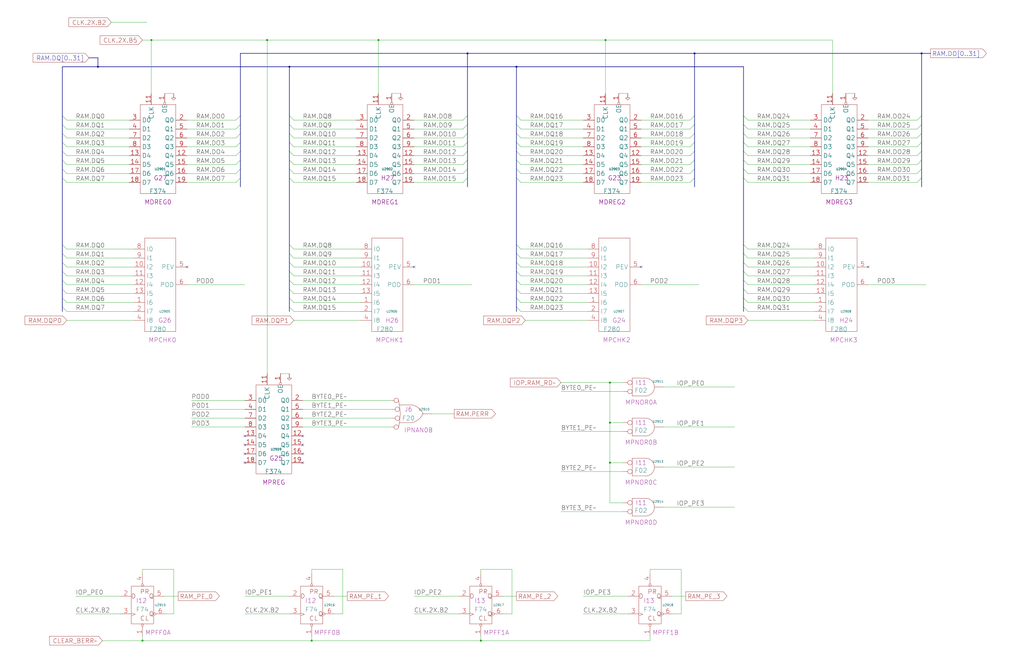
<source format=kicad_sch>
(kicad_sch (version 20250114) (generator "eeschema") (generator_version "9.0")
  (paper "User" 584.2 378.46)
  (title_block (title "MEMORY\\nPARITY CHECKING") (date "22-SEP-90") (rev "2.0") (comment 1 "IOC") (comment 2 "232-003061") (comment 3 "S400") (comment 4 "RELEASED"))
  (lib_symbols
    (symbol "r1000:F02" (pin_numbers (hide yes)) (pin_names (hide yes))
      (property "Reference" "U" (at 12.16 0.635 0))
      (property "Value" "F02" (at -1.27 -4.445 0))
      (property "Location" "___" (at 2.54 0 0))
      (property "Name" "______" (at 2.54 -12.7 0))
      (symbol "F02_0_1"
        (arc (start -3.81 2.54) (mid -2.9847 -2.54) (end -3.81 -7.62) (stroke (width 0.1524)))
        (polyline (pts (xy -5.08 0) (xy -3.175 0)) (stroke (width 0.1524)))
        (polyline (pts (xy -5.08 -5.08) (xy -3.175 -5.08)) (stroke (width 0.1524)))
        (polyline (pts (xy -3.81 2.54) (xy 2.54 2.54)) (stroke (width 0.1524)))
        (polyline (pts (xy -3.81 -7.62) (xy 2.54 -7.62)) (stroke (width 0.1524)))
        (arc (start 2.54 2.54) (mid 6.9477 0.8966) (end 10.16 -2.54) (stroke (width 0.1524)))
        (arc (start 10.16 -2.54) (mid 6.9515 -5.9823) (end 2.54 -7.62) (stroke (width 0.1524)))
        (circle (center 11.43 -2.54) (radius 1.27) (stroke (width 0.1524)))
        (polyline (pts (xy 13.97 -2.54) (xy 12.7 -2.54)) (stroke (width 0.1524)))
      )
      (symbol "F02_0_2"
        (circle (center -3.81 0) (radius 1.27) (stroke (width 0.1524)))
        (circle (center -3.81 -5.08) (radius 1.27) (stroke (width 0.1524)))
        (polyline (pts (xy -2.54 2.54) (xy -2.54 -7.62)) (stroke (width 0.1524)))
        (polyline (pts (xy -2.54 2.54) (xy 5.08 2.54)) (stroke (width 0.1524)))
        (polyline (pts (xy -2.54 -7.62) (xy 5.08 -7.62)) (stroke (width 0.1524)))
        (arc (start 5.08 2.54) (mid 10.1281 -2.54) (end 5.08 -7.62) (stroke (width 0.1524)))
        (polyline (pts (xy 11.43 -2.54) (xy 10.16 -2.54)) (stroke (width 0.1524)))
        (polyline (pts (xy 11.43 -2.54) (xy 12.7 -2.54)) (stroke (width 0.1524)))
      )
      (symbol "F02_1_1"
        (pin input line (at -7.62 0 0) (length 2.54) (name "D0") (number "1"))
        (pin input line (at -7.62 -5.08 0) (length 2.54) (name "D1") (number "2"))
        (pin output line (at 15.24 -2.54 180) (length 1.27) (name "Q") (number "3"))
      )
      (symbol "F02_1_2"
        (pin input line (at -7.62 0 0) (length 2.54) (name "D0") (number "1"))
        (pin input line (at -7.62 -5.08 0) (length 2.54) (name "D1") (number "2"))
        (pin output line (at 15.24 -2.54 180) (length 2.54) (name "Q") (number "3"))
      )
    )
    (symbol "r1000:F20" (pin_numbers (hide yes)) (pin_names (hide yes))
      (property "Reference" "U" (at 8.255 2.54 0))
      (property "Value" "F20" (at -0.635 -2.54 0))
      (property "Location" "___" (at -0.635 2.54 0))
      (property "Name" "______" (at 5.08 -10.795 0))
      (symbol "F20_0_1"
        (polyline (pts (xy -5.08 7.62) (xy -5.08 5.08)) (stroke (width 0.1524)))
        (polyline (pts (xy -5.08 5.08) (xy -5.08 -5.08)) (stroke (width 0.1524)))
        (polyline (pts (xy -5.08 -5.08) (xy -5.08 -7.62)) (stroke (width 0.1524)))
        (arc (start 2.54 5.08) (mid 7.5882 0) (end 2.54 -5.08) (stroke (width 0.1524)))
        (polyline (pts (xy 2.54 5.08) (xy -5.08 5.08)) (stroke (width 0.1524)))
        (polyline (pts (xy 2.54 -5.08) (xy -5.08 -5.08)) (stroke (width 0.1524)))
        (circle (center 8.89 0) (radius 1.27) (stroke (width 0.1524)))
      )
      (symbol "F20_0_2"
        (arc (start -6.35 7.62) (mid -5.3975 0) (end -6.35 -7.62) (stroke (width 0.1524)))
        (circle (center -7.62 7.62) (radius 1.27) (stroke (width 0.1524)))
        (circle (center -7.62 -7.62) (radius 1.27) (stroke (width 0.1524)))
        (circle (center -6.985 2.54) (radius 1.27) (stroke (width 0.1524)))
        (circle (center -6.985 -2.54) (radius 1.27) (stroke (width 0.1524)))
        (polyline (pts (xy -5.715 5.08) (xy 1.27 5.08)) (stroke (width 0.1524)))
        (polyline (pts (xy -5.715 -5.08) (xy 1.27 -5.08)) (stroke (width 0.1524)))
        (arc (start 7.62 0) (mid 5.0518 -3.2985) (end 1.27 -5.08) (stroke (width 0.1524)))
        (arc (start 1.27 5.08) (mid 5.0518 3.2985) (end 7.62 0) (stroke (width 0.1524)))
      )
      (symbol "F20_1_1"
        (pin input line (at -10.16 7.62 0) (length 5.08) (name "D0") (number "1"))
        (pin input line (at -10.16 2.54 0) (length 5.08) (name "D1") (number "2"))
        (pin input line (at -10.16 -2.54 0) (length 5.08) (name "D2") (number "4"))
        (pin input line (at -10.16 -7.62 0) (length 5.08) (name "D3") (number "5"))
        (pin output line (at 12.7 0 180) (length 2.54) (name "Q") (number "6"))
      )
      (symbol "F20_1_2"
        (pin input line (at -10.16 7.62 0) (length 1.27) (name "D0") (number "1"))
        (pin input line (at -10.16 2.54 0) (length 1.905) (name "D1") (number "2"))
        (pin input line (at -10.16 -2.54 0) (length 1.905) (name "D2") (number "4"))
        (pin input line (at -10.16 -7.62 0) (length 1.27) (name "D3") (number "5"))
        (pin output line (at 12.7 0 180) (length 5.08) (name "Q") (number "6"))
      )
    )
    (symbol "r1000:F280" (pin_names (offset 1.016))
      (property "Reference" "U" (at 2.54 5.08 0))
      (property "Value" "F280" (at -6.35 -5.08 0))
      (property "Location" "___" (at -1.27 0 0))
      (property "Name" "______" (at 1.27 -12.7 0))
      (symbol "F280_1_1"
        (rectangle (start -8.89 46.99) (end 8.89 -6.35))
        (pin input line (at -15.24 40.64 0) (length 6.35) (name "I0") (number "8"))
        (pin input line (at -15.24 35.56 0) (length 6.35) (name "I1") (number "9"))
        (pin input line (at -15.24 30.48 0) (length 6.35) (name "I2") (number "10"))
        (pin input line (at -15.24 25.4 0) (length 6.35) (name "I3") (number "11"))
        (pin input line (at -15.24 20.32 0) (length 6.35) (name "I4") (number "12"))
        (pin input line (at -15.24 15.24 0) (length 6.35) (name "I5") (number "13"))
        (pin input line (at -15.24 10.16 0) (length 6.35) (name "I6") (number "1"))
        (pin input line (at -15.24 5.08 0) (length 6.35) (name "I7") (number "2"))
        (pin input line (at -15.24 0 0) (length 6.35) (name "I8") (number "4"))
        (pin output line (at 15.24 30.48 180) (length 6.35) (name "PEV") (number "5"))
        (pin output line (at 15.24 20.32 180) (length 6.35) (name "POD") (number "6"))
      )
    )
    (symbol "r1000:F374" (pin_names (offset 1.016))
      (property "Reference" "U" (at 2.54 5.08 0))
      (property "Value" "F374" (at -3.81 -7.62 0))
      (property "Location" "___" (at -1.27 0 0))
      (property "Name" "______" (at 1.27 -15.24 0))
      (symbol "F374_1_1"
        (rectangle (start -8.89 41.91) (end 11.43 -8.89))
        (circle (center 5.08 42.545) (radius 0.635))
        (pin input line (at -15.24 33.02 0) (length 6.35) (name "D0") (number "3"))
        (pin input line (at -15.24 27.94 0) (length 6.35) (name "D1") (number "4"))
        (pin input line (at -15.24 22.86 0) (length 6.35) (name "D2") (number "7"))
        (pin input line (at -15.24 17.78 0) (length 6.35) (name "D3") (number "8"))
        (pin input line (at -15.24 12.7 0) (length 6.35) (name "D4") (number "13"))
        (pin input line (at -15.24 7.62 0) (length 6.35) (name "D5") (number "14"))
        (pin input line (at -15.24 2.54 0) (length 6.35) (name "D6") (number "17"))
        (pin input line (at -15.24 -2.54 0) (length 6.35) (name "D7") (number "18"))
        (pin input line (at -2.54 48.26 270) (length 6.35) (name "CLK") (number "11"))
        (pin input line (at 5.08 48.26 270) (length 5.08) (name "OE") (number "1"))
        (pin tri_state line (at 17.78 33.02 180) (length 6.35) (name "Q0") (number "2"))
        (pin tri_state line (at 17.78 27.94 180) (length 6.35) (name "Q1") (number "5"))
        (pin tri_state line (at 17.78 22.86 180) (length 6.35) (name "Q2") (number "6"))
        (pin tri_state line (at 17.78 17.78 180) (length 6.35) (name "Q3") (number "9"))
        (pin tri_state line (at 17.78 12.7 180) (length 6.35) (name "Q4") (number "12"))
        (pin tri_state line (at 17.78 7.62 180) (length 6.35) (name "Q5") (number "15"))
        (pin tri_state line (at 17.78 2.54 180) (length 6.35) (name "Q6") (number "16"))
        (pin tri_state line (at 17.78 -2.54 180) (length 6.35) (name "Q7") (number "19"))
      )
    )
    (symbol "r1000:F74" (pin_names (offset 1.016) (hide yes))
      (property "Reference" "U" (at 12.7 -2.54 0))
      (property "Value" "F74" (at -1.27 -5.08 0))
      (property "Location" "___" (at -1.27 0 0))
      (property "Name" "______" (at 11.43 -19.685 0))
      (symbol "F74_0_1"
        (rectangle (start -3.81 8.255) (end 8.89 -13.335) (stroke (width 0.1524)))
        (polyline (pts (xy 2.54 10.16) (xy 2.54 9.525)) (stroke (width 0.1524)))
        (polyline (pts (xy 2.54 -15.24) (xy 2.54 -14.605)) (stroke (width 0.1524)))
      )
      (symbol "F74_1_1"
        (circle (center 2.54 8.89) (radius 0.635))
        (circle (center 2.54 -13.97) (radius 0.635))
        (circle (center 9.525 -7.62) (radius 0.635))
        (text "D" (at -2.54 2.54 0) (effects (font (size 2.54 2.54))))
        (text ">" (at -2.54 -7.62 0) (effects (font (size 2.54 2.54))))
        (text "P" (at 2.54 5.08 0) (effects (font (size 2.54 2.54))))
        (text "C" (at 2.54 -10.16 0) (effects (font (size 2.54 2.54))))
        (text "R" (at 5.08 5.08 0) (effects (font (size 2.54 2.54))))
        (text "L" (at 5.08 -10.16 0) (effects (font (size 2.54 2.54))))
        (text "Q" (at 7.62 2.54 0) (effects (font (size 2.54 2.54))))
        (text "Q" (at 7.62 -7.62 0) (effects (font (size 2.54 2.54))))
        (pin input line (at -10.16 2.54 0) (length 6.35) (name "D") (number "2"))
        (pin input line (at -10.16 -7.62 0) (length 6.35) (name "CLK") (number "3"))
        (pin input line (at 2.54 15.24 270) (length 5.08) (name "PR_") (number "4"))
        (pin input line (at 2.54 -20.32 90) (length 5.08) (name "CL_") (number "1"))
        (pin output line (at 15.24 2.54 180) (length 6.35) (name "Q") (number "5"))
        (pin output line (at 15.24 -7.62 180) (length 5.08) (name "Q_") (number "6"))
      )
    )
    (symbol "r1000:PD" (power) (pin_numbers (hide yes)) (pin_names (hide yes)) (in_bom no)
      (symbol "PD_0_1"
        (polyline (pts (xy 0 -2.54) (xy 1.27 -2.54) (xy 0 -3.81) (xy -1.27 -2.54) (xy 0 -2.54)) (stroke (width 0.1524)))
      )
      (symbol "PD_1_1"
        (pin power_in line (at 0 0 270) (length 2.54) (name "PD") (number "1"))
      )
    )
  )
  (junction (at 215.9 22.86))
  (junction (at 347.98 218.44))
  (junction (at 345.44 22.86))
  (junction (at 81.28 365.76))
  (junction (at 177.8 365.76))
  (junction (at 152.4 22.86))
  (junction (at 165.1 38.1))
  (junction (at 86.36 22.86))
  (junction (at 347.98 241.3))
  (junction (at 55.88 38.1))
  (junction (at 266.7 30.48))
  (junction (at 347.98 264.16))
  (junction (at 294.64 38.1))
  (junction (at 525.78 30.48))
  (junction (at 274.32 365.76))
  (junction (at 396.24 30.48))
  (no_connect (at 172.72 254))
  (no_connect (at 139.7 254))
  (no_connect (at 365.76 152.4))
  (no_connect (at 172.72 248.92))
  (no_connect (at 139.7 259.08))
  (no_connect (at 139.7 264.16))
  (no_connect (at 236.22 152.4))
  (no_connect (at 172.72 259.08))
  (no_connect (at 172.72 264.16))
  (no_connect (at 139.7 248.92))
  (no_connect (at 106.68 152.4))
  (no_connect (at 495.3 152.4))
  (bus_entry (at 294.64 81.28) (size 2.54 2.54))
  (bus_entry (at 137.16 101.6) (size -2.54 2.54))
  (bus_entry (at 137.16 91.44) (size -2.54 2.54))
  (bus_entry (at 294.64 154.94) (size 2.54 2.54))
  (bus_entry (at 266.7 76.2) (size -2.54 2.54))
  (bus_entry (at 35.56 139.7) (size 2.54 2.54))
  (bus_entry (at 294.64 144.78) (size 2.54 2.54))
  (bus_entry (at 424.18 149.86) (size 2.54 2.54))
  (bus_entry (at 35.56 160.02) (size 2.54 2.54))
  (bus_entry (at 396.24 101.6) (size -2.54 2.54))
  (bus_entry (at 35.56 86.36) (size 2.54 2.54))
  (bus_entry (at 294.64 71.12) (size 2.54 2.54))
  (bus_entry (at 294.64 91.44) (size 2.54 2.54))
  (bus_entry (at 424.18 101.6) (size 2.54 2.54))
  (bus_entry (at 396.24 86.36) (size -2.54 2.54))
  (bus_entry (at 396.24 91.44) (size -2.54 2.54))
  (bus_entry (at 424.18 91.44) (size 2.54 2.54))
  (bus_entry (at 165.1 149.86) (size 2.54 2.54))
  (bus_entry (at 137.16 81.28) (size -2.54 2.54))
  (bus_entry (at 35.56 149.86) (size 2.54 2.54))
  (bus_entry (at 294.64 76.2) (size 2.54 2.54))
  (bus_entry (at 35.56 91.44) (size 2.54 2.54))
  (bus_entry (at 525.78 86.36) (size -2.54 2.54))
  (bus_entry (at 266.7 101.6) (size -2.54 2.54))
  (bus_entry (at 165.1 144.78) (size 2.54 2.54))
  (bus_entry (at 424.18 144.78) (size 2.54 2.54))
  (bus_entry (at 424.18 96.52) (size 2.54 2.54))
  (bus_entry (at 165.1 91.44) (size 2.54 2.54))
  (bus_entry (at 396.24 76.2) (size -2.54 2.54))
  (bus_entry (at 525.78 96.52) (size -2.54 2.54))
  (bus_entry (at 424.18 71.12) (size 2.54 2.54))
  (bus_entry (at 525.78 76.2) (size -2.54 2.54))
  (bus_entry (at 294.64 101.6) (size 2.54 2.54))
  (bus_entry (at 266.7 91.44) (size -2.54 2.54))
  (bus_entry (at 35.56 165.1) (size 2.54 2.54))
  (bus_entry (at 137.16 71.12) (size -2.54 2.54))
  (bus_entry (at 424.18 165.1) (size 2.54 2.54))
  (bus_entry (at 165.1 154.94) (size 2.54 2.54))
  (bus_entry (at 294.64 160.02) (size 2.54 2.54))
  (bus_entry (at 165.1 96.52) (size 2.54 2.54))
  (bus_entry (at 165.1 165.1) (size 2.54 2.54))
  (bus_entry (at 137.16 76.2) (size -2.54 2.54))
  (bus_entry (at 396.24 96.52) (size -2.54 2.54))
  (bus_entry (at 165.1 139.7) (size 2.54 2.54))
  (bus_entry (at 294.64 66.04) (size 2.54 2.54))
  (bus_entry (at 294.64 86.36) (size 2.54 2.54))
  (bus_entry (at 35.56 81.28) (size 2.54 2.54))
  (bus_entry (at 165.1 76.2) (size 2.54 2.54))
  (bus_entry (at 294.64 170.18) (size 2.54 2.54))
  (bus_entry (at 165.1 175.26) (size 2.54 2.54))
  (bus_entry (at 165.1 71.12) (size 2.54 2.54))
  (bus_entry (at 424.18 154.94) (size 2.54 2.54))
  (bus_entry (at 165.1 81.28) (size 2.54 2.54))
  (bus_entry (at 294.64 165.1) (size 2.54 2.54))
  (bus_entry (at 35.56 66.04) (size 2.54 2.54))
  (bus_entry (at 165.1 101.6) (size 2.54 2.54))
  (bus_entry (at 35.56 154.94) (size 2.54 2.54))
  (bus_entry (at 396.24 66.04) (size -2.54 2.54))
  (bus_entry (at 165.1 66.04) (size 2.54 2.54))
  (bus_entry (at 165.1 160.02) (size 2.54 2.54))
  (bus_entry (at 396.24 81.28) (size -2.54 2.54))
  (bus_entry (at 424.18 139.7) (size 2.54 2.54))
  (bus_entry (at 266.7 86.36) (size -2.54 2.54))
  (bus_entry (at 294.64 139.7) (size 2.54 2.54))
  (bus_entry (at 294.64 96.52) (size 2.54 2.54))
  (bus_entry (at 294.64 149.86) (size 2.54 2.54))
  (bus_entry (at 137.16 96.52) (size -2.54 2.54))
  (bus_entry (at 35.56 101.6) (size 2.54 2.54))
  (bus_entry (at 266.7 96.52) (size -2.54 2.54))
  (bus_entry (at 424.18 81.28) (size 2.54 2.54))
  (bus_entry (at 35.56 71.12) (size 2.54 2.54))
  (bus_entry (at 35.56 76.2) (size 2.54 2.54))
  (bus_entry (at 424.18 86.36) (size 2.54 2.54))
  (bus_entry (at 137.16 66.04) (size -2.54 2.54))
  (bus_entry (at 424.18 160.02) (size 2.54 2.54))
  (bus_entry (at 424.18 170.18) (size 2.54 2.54))
  (bus_entry (at 266.7 81.28) (size -2.54 2.54))
  (bus_entry (at 266.7 66.04) (size -2.54 2.54))
  (bus_entry (at 525.78 71.12) (size -2.54 2.54))
  (bus_entry (at 525.78 101.6) (size -2.54 2.54))
  (bus_entry (at 165.1 86.36) (size 2.54 2.54))
  (bus_entry (at 165.1 170.18) (size 2.54 2.54))
  (bus_entry (at 424.18 175.26) (size 2.54 2.54))
  (bus_entry (at 266.7 71.12) (size -2.54 2.54))
  (bus_entry (at 424.18 66.04) (size 2.54 2.54))
  (bus_entry (at 294.64 175.26) (size 2.54 2.54))
  (bus_entry (at 35.56 96.52) (size 2.54 2.54))
  (bus_entry (at 424.18 76.2) (size 2.54 2.54))
  (bus_entry (at 525.78 81.28) (size -2.54 2.54))
  (bus_entry (at 396.24 71.12) (size -2.54 2.54))
  (bus_entry (at 525.78 66.04) (size -2.54 2.54))
  (bus_entry (at 35.56 170.18) (size 2.54 2.54))
  (bus_entry (at 525.78 91.44) (size -2.54 2.54))
  (bus_entry (at 35.56 144.78) (size 2.54 2.54))
  (bus_entry (at 137.16 86.36) (size -2.54 2.54))
  (bus_entry (at 35.56 175.26) (size 2.54 2.54))
  (wire (pts (xy 38.1 99.06) (xy 73.66 99.06)))
  (wire (pts (xy 86.36 22.86) (xy 86.36 53.34)))
  (bus (pts (xy 294.64 170.18) (xy 294.64 175.26)))
  (wire (pts (xy 365.76 88.9) (xy 393.7 88.9)))
  (wire (pts (xy 426.72 152.4) (xy 464.82 152.4)))
  (wire (pts (xy 365.76 68.58) (xy 393.7 68.58)))
  (wire (pts (xy 365.76 83.82) (xy 393.7 83.82)))
  (bus (pts (xy 165.1 160.02) (xy 165.1 165.1)))
  (wire (pts (xy 86.36 22.86) (xy 152.4 22.86)))
  (bus (pts (xy 165.1 76.2) (xy 165.1 81.28)))
  (wire (pts (xy 63.5 12.7) (xy 83.82 12.7)))
  (bus (pts (xy 424.18 66.04) (xy 424.18 71.12)))
  (wire (pts (xy 38.1 182.88) (xy 76.2 182.88)))
  (wire (pts (xy 236.22 73.66) (xy 264.16 73.66)))
  (wire (pts (xy 378.46 266.7) (xy 419.1 266.7)))
  (bus (pts (xy 294.64 175.26) (xy 294.64 177.8)))
  (wire (pts (xy 38.1 142.24) (xy 76.2 142.24)))
  (bus (pts (xy 294.64 154.94) (xy 294.64 160.02)))
  (wire (pts (xy 426.72 182.88) (xy 464.82 182.88)))
  (wire (pts (xy 109.22 243.84) (xy 139.7 243.84)))
  (bus (pts (xy 266.7 76.2) (xy 266.7 81.28)))
  (bus (pts (xy 35.56 139.7) (xy 35.56 144.78)))
  (wire (pts (xy 426.72 99.06) (xy 462.28 99.06)))
  (wire (pts (xy 139.7 350.52) (xy 165.1 350.52)))
  (wire (pts (xy 383.54 340.36) (xy 391.16 340.36)))
  (bus (pts (xy 165.1 81.28) (xy 165.1 86.36)))
  (bus (pts (xy 424.18 76.2) (xy 424.18 81.28)))
  (wire (pts (xy 236.22 350.52) (xy 261.62 350.52)))
  (wire (pts (xy 378.46 289.56) (xy 419.1 289.56)))
  (bus (pts (xy 50.8 33.02) (xy 55.88 33.02)))
  (wire (pts (xy 38.1 162.56) (xy 76.2 162.56)))
  (bus (pts (xy 424.18 38.1) (xy 294.64 38.1)))
  (bus (pts (xy 137.16 86.36) (xy 137.16 91.44)))
  (wire (pts (xy 38.1 147.32) (xy 76.2 147.32)))
  (wire (pts (xy 474.98 22.86) (xy 474.98 53.34)))
  (wire (pts (xy 167.64 177.8) (xy 205.74 177.8)))
  (bus (pts (xy 266.7 71.12) (xy 266.7 76.2)))
  (bus (pts (xy 424.18 96.52) (xy 424.18 101.6)))
  (wire (pts (xy 297.18 157.48) (xy 335.28 157.48)))
  (wire (pts (xy 347.98 264.16) (xy 355.6 264.16)))
  (wire (pts (xy 236.22 99.06) (xy 264.16 99.06)))
  (wire (pts (xy 297.18 172.72) (xy 335.28 172.72)))
  (bus (pts (xy 424.18 101.6) (xy 424.18 139.7)))
  (bus (pts (xy 396.24 76.2) (xy 396.24 81.28)))
  (bus (pts (xy 424.18 170.18) (xy 424.18 175.26)))
  (wire (pts (xy 495.3 88.9) (xy 523.24 88.9)))
  (bus (pts (xy 294.64 71.12) (xy 294.64 76.2)))
  (wire (pts (xy 495.3 83.82) (xy 523.24 83.82)))
  (wire (pts (xy 320.04 292.1) (xy 355.6 292.1)))
  (bus (pts (xy 35.56 76.2) (xy 35.56 81.28)))
  (bus (pts (xy 165.1 149.86) (xy 165.1 154.94)))
  (wire (pts (xy 347.98 218.44) (xy 347.98 241.3)))
  (wire (pts (xy 195.58 350.52) (xy 195.58 325.12)))
  (wire (pts (xy 99.06 350.52) (xy 99.06 325.12)))
  (wire (pts (xy 106.68 162.56) (xy 139.7 162.56)))
  (wire (pts (xy 106.68 99.06) (xy 134.62 99.06)))
  (bus (pts (xy 396.24 86.36) (xy 396.24 91.44)))
  (bus (pts (xy 137.16 66.04) (xy 137.16 71.12)))
  (wire (pts (xy 426.72 142.24) (xy 464.82 142.24)))
  (wire (pts (xy 320.04 246.38) (xy 355.6 246.38)))
  (bus (pts (xy 424.18 165.1) (xy 424.18 170.18)))
  (wire (pts (xy 495.3 78.74) (xy 523.24 78.74)))
  (wire (pts (xy 365.76 162.56) (xy 398.78 162.56)))
  (wire (pts (xy 426.72 172.72) (xy 464.82 172.72)))
  (wire (pts (xy 109.22 233.68) (xy 139.7 233.68)))
  (wire (pts (xy 167.64 88.9) (xy 203.2 88.9)))
  (bus (pts (xy 424.18 86.36) (xy 424.18 91.44)))
  (bus (pts (xy 165.1 71.12) (xy 165.1 76.2)))
  (bus (pts (xy 396.24 101.6) (xy 396.24 106.68)))
  (bus (pts (xy 424.18 154.94) (xy 424.18 160.02)))
  (wire (pts (xy 43.18 340.36) (xy 68.58 340.36)))
  (bus (pts (xy 294.64 76.2) (xy 294.64 81.28)))
  (wire (pts (xy 355.6 287.02) (xy 347.98 287.02)))
  (wire (pts (xy 274.32 365.76) (xy 370.84 365.76)))
  (wire (pts (xy 38.1 78.74) (xy 73.66 78.74)))
  (wire (pts (xy 426.72 147.32) (xy 464.82 147.32)))
  (bus (pts (xy 266.7 101.6) (xy 266.7 106.68)))
  (wire (pts (xy 426.72 104.14) (xy 462.28 104.14)))
  (bus (pts (xy 424.18 139.7) (xy 424.18 144.78)))
  (wire (pts (xy 495.3 104.14) (xy 523.24 104.14)))
  (wire (pts (xy 81.28 363.22) (xy 81.28 365.76)))
  (wire (pts (xy 167.64 157.48) (xy 205.74 157.48)))
  (bus (pts (xy 424.18 81.28) (xy 424.18 86.36)))
  (wire (pts (xy 152.4 22.86) (xy 215.9 22.86)))
  (wire (pts (xy 246.38 236.22) (xy 259.08 236.22)))
  (bus (pts (xy 294.64 81.28) (xy 294.64 86.36)))
  (bus (pts (xy 165.1 86.36) (xy 165.1 91.44)))
  (wire (pts (xy 167.64 162.56) (xy 205.74 162.56)))
  (bus (pts (xy 35.56 160.02) (xy 35.56 165.1)))
  (wire (pts (xy 190.5 350.52) (xy 195.58 350.52)))
  (wire (pts (xy 106.68 78.74) (xy 134.62 78.74)))
  (wire (pts (xy 167.64 182.88) (xy 205.74 182.88)))
  (bus (pts (xy 266.7 86.36) (xy 266.7 91.44)))
  (bus (pts (xy 35.56 81.28) (xy 35.56 86.36)))
  (bus (pts (xy 137.16 30.48) (xy 266.7 30.48)))
  (wire (pts (xy 223.52 53.34) (xy 228.6 53.34)))
  (wire (pts (xy 106.68 68.58) (xy 134.62 68.58)))
  (bus (pts (xy 35.56 149.86) (xy 35.56 154.94)))
  (wire (pts (xy 160.02 213.36) (xy 165.1 213.36)))
  (bus (pts (xy 165.1 38.1) (xy 55.88 38.1)))
  (bus (pts (xy 525.78 30.48) (xy 525.78 66.04)))
  (bus (pts (xy 165.1 91.44) (xy 165.1 96.52)))
  (wire (pts (xy 106.68 104.14) (xy 134.62 104.14)))
  (bus (pts (xy 35.56 175.26) (xy 35.56 177.8)))
  (wire (pts (xy 167.64 104.14) (xy 203.2 104.14)))
  (wire (pts (xy 195.58 325.12) (xy 177.8 325.12)))
  (wire (pts (xy 38.1 172.72) (xy 76.2 172.72)))
  (bus (pts (xy 266.7 91.44) (xy 266.7 96.52)))
  (bus (pts (xy 396.24 30.48) (xy 396.24 66.04)))
  (wire (pts (xy 495.3 162.56) (xy 528.32 162.56)))
  (wire (pts (xy 388.62 350.52) (xy 388.62 325.12)))
  (wire (pts (xy 299.72 182.88) (xy 335.28 182.88)))
  (bus (pts (xy 525.78 86.36) (xy 525.78 91.44)))
  (wire (pts (xy 365.76 99.06) (xy 393.7 99.06)))
  (bus (pts (xy 396.24 91.44) (xy 396.24 96.52)))
  (bus (pts (xy 294.64 38.1) (xy 294.64 66.04)))
  (wire (pts (xy 297.18 78.74) (xy 332.74 78.74)))
  (wire (pts (xy 378.46 243.84) (xy 419.1 243.84)))
  (wire (pts (xy 426.72 73.66) (xy 462.28 73.66)))
  (wire (pts (xy 236.22 88.9) (xy 264.16 88.9)))
  (wire (pts (xy 370.84 363.22) (xy 370.84 365.76)))
  (wire (pts (xy 236.22 68.58) (xy 264.16 68.58)))
  (bus (pts (xy 424.18 175.26) (xy 424.18 177.8)))
  (wire (pts (xy 167.64 147.32) (xy 205.74 147.32)))
  (wire (pts (xy 297.18 83.82) (xy 332.74 83.82)))
  (bus (pts (xy 137.16 81.28) (xy 137.16 86.36)))
  (bus (pts (xy 525.78 101.6) (xy 525.78 106.68)))
  (bus (pts (xy 165.1 175.26) (xy 165.1 177.8)))
  (bus (pts (xy 294.64 160.02) (xy 294.64 165.1)))
  (bus (pts (xy 424.18 160.02) (xy 424.18 165.1)))
  (wire (pts (xy 38.1 68.58) (xy 73.66 68.58)))
  (bus (pts (xy 525.78 71.12) (xy 525.78 76.2)))
  (wire (pts (xy 297.18 177.8) (xy 335.28 177.8)))
  (wire (pts (xy 274.32 325.12) (xy 274.32 327.66)))
  (wire (pts (xy 38.1 93.98) (xy 73.66 93.98)))
  (wire (pts (xy 426.72 83.82) (xy 462.28 83.82)))
  (wire (pts (xy 58.42 365.76) (xy 81.28 365.76)))
  (wire (pts (xy 370.84 325.12) (xy 370.84 327.66)))
  (bus (pts (xy 137.16 96.52) (xy 137.16 101.6)))
  (wire (pts (xy 38.1 104.14) (xy 73.66 104.14)))
  (wire (pts (xy 167.64 152.4) (xy 205.74 152.4)))
  (wire (pts (xy 38.1 167.64) (xy 76.2 167.64)))
  (wire (pts (xy 353.06 53.34) (xy 358.14 53.34)))
  (wire (pts (xy 236.22 340.36) (xy 261.62 340.36)))
  (wire (pts (xy 388.62 325.12) (xy 370.84 325.12)))
  (bus (pts (xy 137.16 76.2) (xy 137.16 81.28)))
  (wire (pts (xy 93.98 350.52) (xy 99.06 350.52)))
  (wire (pts (xy 287.02 350.52) (xy 292.1 350.52)))
  (wire (pts (xy 152.4 22.86) (xy 152.4 213.36)))
  (wire (pts (xy 287.02 340.36) (xy 294.64 340.36)))
  (bus (pts (xy 165.1 96.52) (xy 165.1 101.6)))
  (wire (pts (xy 81.28 22.86) (xy 86.36 22.86)))
  (wire (pts (xy 378.46 220.98) (xy 419.1 220.98)))
  (wire (pts (xy 383.54 350.52) (xy 388.62 350.52)))
  (wire (pts (xy 426.72 162.56) (xy 464.82 162.56)))
  (wire (pts (xy 167.64 167.64) (xy 205.74 167.64)))
  (bus (pts (xy 396.24 71.12) (xy 396.24 76.2)))
  (wire (pts (xy 106.68 73.66) (xy 134.62 73.66)))
  (bus (pts (xy 165.1 144.78) (xy 165.1 149.86)))
  (wire (pts (xy 167.64 73.66) (xy 203.2 73.66)))
  (bus (pts (xy 35.56 154.94) (xy 35.56 160.02)))
  (wire (pts (xy 426.72 167.64) (xy 464.82 167.64)))
  (wire (pts (xy 167.64 78.74) (xy 203.2 78.74)))
  (wire (pts (xy 347.98 264.16) (xy 347.98 287.02)))
  (bus (pts (xy 165.1 38.1) (xy 165.1 66.04)))
  (bus (pts (xy 294.64 144.78) (xy 294.64 149.86)))
  (bus (pts (xy 35.56 71.12) (xy 35.56 76.2)))
  (bus (pts (xy 35.56 91.44) (xy 35.56 96.52)))
  (wire (pts (xy 109.22 238.76) (xy 139.7 238.76)))
  (wire (pts (xy 332.74 340.36) (xy 358.14 340.36)))
  (wire (pts (xy 99.06 325.12) (xy 81.28 325.12)))
  (wire (pts (xy 347.98 218.44) (xy 355.6 218.44)))
  (bus (pts (xy 266.7 96.52) (xy 266.7 101.6)))
  (wire (pts (xy 345.44 22.86) (xy 474.98 22.86)))
  (wire (pts (xy 236.22 83.82) (xy 264.16 83.82)))
  (wire (pts (xy 93.98 340.36) (xy 101.6 340.36)))
  (wire (pts (xy 297.18 104.14) (xy 332.74 104.14)))
  (wire (pts (xy 177.8 325.12) (xy 177.8 327.66)))
  (wire (pts (xy 292.1 350.52) (xy 292.1 325.12)))
  (bus (pts (xy 35.56 96.52) (xy 35.56 101.6)))
  (bus (pts (xy 35.56 101.6) (xy 35.56 139.7)))
  (bus (pts (xy 165.1 38.1) (xy 294.64 38.1)))
  (wire (pts (xy 297.18 73.66) (xy 332.74 73.66)))
  (wire (pts (xy 297.18 147.32) (xy 335.28 147.32)))
  (bus (pts (xy 55.88 33.02) (xy 55.88 38.1)))
  (wire (pts (xy 347.98 241.3) (xy 347.98 264.16)))
  (wire (pts (xy 365.76 104.14) (xy 393.7 104.14)))
  (bus (pts (xy 525.78 66.04) (xy 525.78 71.12)))
  (wire (pts (xy 297.18 68.58) (xy 332.74 68.58)))
  (wire (pts (xy 297.18 162.56) (xy 335.28 162.56)))
  (bus (pts (xy 424.18 149.86) (xy 424.18 154.94)))
  (wire (pts (xy 297.18 93.98) (xy 332.74 93.98)))
  (wire (pts (xy 172.72 238.76) (xy 223.52 238.76)))
  (bus (pts (xy 165.1 170.18) (xy 165.1 175.26)))
  (bus (pts (xy 35.56 165.1) (xy 35.56 170.18)))
  (bus (pts (xy 424.18 38.1) (xy 424.18 66.04)))
  (wire (pts (xy 426.72 88.9) (xy 462.28 88.9)))
  (bus (pts (xy 165.1 165.1) (xy 165.1 170.18)))
  (bus (pts (xy 424.18 144.78) (xy 424.18 149.86)))
  (wire (pts (xy 172.72 228.6) (xy 223.52 228.6)))
  (bus (pts (xy 137.16 71.12) (xy 137.16 76.2)))
  (wire (pts (xy 81.28 325.12) (xy 81.28 327.66)))
  (bus (pts (xy 137.16 91.44) (xy 137.16 96.52)))
  (wire (pts (xy 106.68 83.82) (xy 134.62 83.82)))
  (bus (pts (xy 55.88 38.1) (xy 35.56 38.1)))
  (wire (pts (xy 38.1 83.82) (xy 73.66 83.82)))
  (bus (pts (xy 137.16 101.6) (xy 137.16 106.68)))
  (wire (pts (xy 167.64 99.06) (xy 203.2 99.06)))
  (bus (pts (xy 294.64 66.04) (xy 294.64 71.12)))
  (wire (pts (xy 167.64 93.98) (xy 203.2 93.98)))
  (bus (pts (xy 525.78 91.44) (xy 525.78 96.52)))
  (bus (pts (xy 266.7 81.28) (xy 266.7 86.36)))
  (wire (pts (xy 297.18 142.24) (xy 335.28 142.24)))
  (bus (pts (xy 35.56 86.36) (xy 35.56 91.44)))
  (bus (pts (xy 294.64 86.36) (xy 294.64 91.44)))
  (bus (pts (xy 424.18 71.12) (xy 424.18 76.2)))
  (wire (pts (xy 345.44 22.86) (xy 345.44 53.34)))
  (wire (pts (xy 320.04 223.52) (xy 355.6 223.52)))
  (wire (pts (xy 167.64 68.58) (xy 203.2 68.58)))
  (wire (pts (xy 292.1 325.12) (xy 274.32 325.12)))
  (wire (pts (xy 38.1 88.9) (xy 73.66 88.9)))
  (wire (pts (xy 426.72 157.48) (xy 464.82 157.48)))
  (wire (pts (xy 426.72 177.8) (xy 464.82 177.8)))
  (bus (pts (xy 294.64 91.44) (xy 294.64 96.52)))
  (wire (pts (xy 495.3 93.98) (xy 523.24 93.98)))
  (wire (pts (xy 106.68 93.98) (xy 134.62 93.98)))
  (bus (pts (xy 35.56 38.1) (xy 35.56 66.04)))
  (wire (pts (xy 320.04 269.24) (xy 355.6 269.24)))
  (wire (pts (xy 177.8 363.22) (xy 177.8 365.76)))
  (bus (pts (xy 294.64 165.1) (xy 294.64 170.18)))
  (wire (pts (xy 347.98 241.3) (xy 355.6 241.3)))
  (wire (pts (xy 482.6 53.34) (xy 487.68 53.34)))
  (wire (pts (xy 167.64 142.24) (xy 205.74 142.24)))
  (wire (pts (xy 172.72 233.68) (xy 223.52 233.68)))
  (wire (pts (xy 332.74 350.52) (xy 358.14 350.52)))
  (wire (pts (xy 495.3 73.66) (xy 523.24 73.66)))
  (wire (pts (xy 236.22 104.14) (xy 264.16 104.14)))
  (wire (pts (xy 495.3 68.58) (xy 523.24 68.58)))
  (bus (pts (xy 294.64 96.52) (xy 294.64 101.6)))
  (bus (pts (xy 165.1 101.6) (xy 165.1 139.7)))
  (wire (pts (xy 172.72 243.84) (xy 223.52 243.84)))
  (bus (pts (xy 165.1 139.7) (xy 165.1 144.78)))
  (bus (pts (xy 525.78 76.2) (xy 525.78 81.28)))
  (bus (pts (xy 35.56 170.18) (xy 35.56 175.26)))
  (bus (pts (xy 137.16 30.48) (xy 137.16 66.04)))
  (wire (pts (xy 215.9 22.86) (xy 215.9 53.34)))
  (bus (pts (xy 35.56 144.78) (xy 35.56 149.86)))
  (wire (pts (xy 81.28 365.76) (xy 177.8 365.76)))
  (wire (pts (xy 139.7 340.36) (xy 165.1 340.36)))
  (wire (pts (xy 109.22 228.6) (xy 139.7 228.6)))
  (wire (pts (xy 297.18 152.4) (xy 335.28 152.4)))
  (bus (pts (xy 294.64 101.6) (xy 294.64 139.7)))
  (wire (pts (xy 38.1 73.66) (xy 73.66 73.66)))
  (bus (pts (xy 165.1 66.04) (xy 165.1 71.12)))
  (wire (pts (xy 236.22 78.74) (xy 264.16 78.74)))
  (wire (pts (xy 38.1 177.8) (xy 76.2 177.8)))
  (wire (pts (xy 426.72 93.98) (xy 462.28 93.98)))
  (bus (pts (xy 266.7 30.48) (xy 396.24 30.48)))
  (wire (pts (xy 38.1 157.48) (xy 76.2 157.48)))
  (wire (pts (xy 365.76 73.66) (xy 393.7 73.66)))
  (bus (pts (xy 525.78 96.52) (xy 525.78 101.6)))
  (wire (pts (xy 297.18 88.9) (xy 332.74 88.9)))
  (bus (pts (xy 266.7 30.48) (xy 266.7 66.04)))
  (bus (pts (xy 294.64 149.86) (xy 294.64 154.94)))
  (bus (pts (xy 525.78 30.48) (xy 530.86 30.48)))
  (wire (pts (xy 43.18 350.52) (xy 68.58 350.52)))
  (wire (pts (xy 177.8 365.76) (xy 274.32 365.76)))
  (wire (pts (xy 297.18 99.06) (xy 332.74 99.06)))
  (wire (pts (xy 274.32 363.22) (xy 274.32 365.76)))
  (wire (pts (xy 236.22 162.56) (xy 269.24 162.56)))
  (wire (pts (xy 297.18 167.64) (xy 335.28 167.64)))
  (wire (pts (xy 495.3 99.06) (xy 523.24 99.06)))
  (wire (pts (xy 106.68 88.9) (xy 134.62 88.9)))
  (wire (pts (xy 215.9 22.86) (xy 345.44 22.86)))
  (wire (pts (xy 167.64 83.82) (xy 203.2 83.82)))
  (bus (pts (xy 396.24 96.52) (xy 396.24 101.6)))
  (bus (pts (xy 294.64 139.7) (xy 294.64 144.78)))
  (wire (pts (xy 365.76 93.98) (xy 393.7 93.98)))
  (wire (pts (xy 38.1 152.4) (xy 76.2 152.4)))
  (bus (pts (xy 266.7 66.04) (xy 266.7 71.12)))
  (bus (pts (xy 396.24 66.04) (xy 396.24 71.12)))
  (wire (pts (xy 93.98 53.34) (xy 99.06 53.34)))
  (wire (pts (xy 426.72 78.74) (xy 462.28 78.74)))
  (wire (pts (xy 365.76 78.74) (xy 393.7 78.74)))
  (wire (pts (xy 236.22 93.98) (xy 264.16 93.98)))
  (bus (pts (xy 165.1 154.94) (xy 165.1 160.02)))
  (bus (pts (xy 396.24 30.48) (xy 525.78 30.48)))
  (bus (pts (xy 35.56 66.04) (xy 35.56 71.12)))
  (wire (pts (xy 190.5 340.36) (xy 198.12 340.36)))
  (bus (pts (xy 396.24 81.28) (xy 396.24 86.36)))
  (wire (pts (xy 167.64 172.72) (xy 205.74 172.72)))
  (wire (pts (xy 320.04 218.44) (xy 347.98 218.44)))
  (wire (pts (xy 426.72 68.58) (xy 462.28 68.58)))
  (bus (pts (xy 525.78 81.28) (xy 525.78 86.36)))
  (bus (pts (xy 424.18 91.44) (xy 424.18 96.52)))
  (label "RAM.DQ14" (at 172.72 99.06 0) (effects (font (size 2.54 2.54))))
  (label "RAM.DQ26" (at 431.8 78.74 0) (effects (font (size 2.54 2.54))))
  (label "POD1" (at 241.3 162.56 0) (effects (font (size 2.54 2.54))))
  (label "RAM.DO18" (at 370.84 78.74 0) (effects (font (size 2.54 2.54))))
  (label "RAM.DO1" (at 111.76 73.66 0) (effects (font (size 2.54 2.54))))
  (label "RAM.DO11" (at 241.3 83.82 0) (effects (font (size 2.54 2.54))))
  (label "RAM.DQ8" (at 172.72 142.24 0) (effects (font (size 2.54 2.54))))
  (label "RAM.DQ4" (at 43.18 88.9 0) (effects (font (size 2.54 2.54))))
  (label "RAM.DO4" (at 111.76 88.9 0) (effects (font (size 2.54 2.54))))
  (label "BYTE1_PE~" (at 177.8 233.68 0) (effects (font (size 2.54 2.54))))
  (label "POD0" (at 109.22 228.6 0) (effects (font (size 2.54 2.54))))
  (label "RAM.DQ2" (at 43.18 78.74 0) (effects (font (size 2.54 2.54))))
  (label "BYTE0_PE~" (at 320.04 223.52 0) (effects (font (size 2.54 2.54))))
  (label "RAM.DQ3" (at 43.18 157.48 0) (effects (font (size 2.54 2.54))))
  (label "RAM.DQ21" (at 302.26 93.98 0) (effects (font (size 2.54 2.54))))
  (label "RAM.DO21" (at 370.84 93.98 0) (effects (font (size 2.54 2.54))))
  (label "RAM.DQ25" (at 431.8 73.66 0) (effects (font (size 2.54 2.54))))
  (label "RAM.DO9" (at 241.3 73.66 0) (effects (font (size 2.54 2.54))))
  (label "CLK.2X.B2" (at 139.7 350.52 0) (effects (font (size 2.54 2.54))))
  (label "RAM.DQ6" (at 43.18 172.72 0) (effects (font (size 2.54 2.54))))
  (label "IOP_PE1" (at 386.08 243.84 0) (effects (font (size 2.54 2.54))))
  (label "RAM.DQ13" (at 172.72 167.64 0) (effects (font (size 2.54 2.54))))
  (label "CLK.2X.B2" (at 332.74 350.52 0) (effects (font (size 2.54 2.54))))
  (label "RAM.DO16" (at 370.84 68.58 0) (effects (font (size 2.54 2.54))))
  (label "POD0" (at 111.76 162.56 0) (effects (font (size 2.54 2.54))))
  (label "RAM.DQ25" (at 431.8 147.32 0) (effects (font (size 2.54 2.54))))
  (label "CLK.2X.B2" (at 236.22 350.52 0) (effects (font (size 2.54 2.54))))
  (label "POD3" (at 500.38 162.56 0) (effects (font (size 2.54 2.54))))
  (label "RAM.DQ15" (at 172.72 177.8 0) (effects (font (size 2.54 2.54))))
  (label "RAM.DQ18" (at 302.26 78.74 0) (effects (font (size 2.54 2.54))))
  (label "RAM.DQ8" (at 172.72 68.58 0) (effects (font (size 2.54 2.54))))
  (label "RAM.DQ4" (at 43.18 162.56 0) (effects (font (size 2.54 2.54))))
  (label "RAM.DQ1" (at 43.18 73.66 0) (effects (font (size 2.54 2.54))))
  (label "BYTE0_PE~" (at 177.8 228.6 0) (effects (font (size 2.54 2.54))))
  (label "RAM.DQ31" (at 431.8 104.14 0) (effects (font (size 2.54 2.54))))
  (label "RAM.DQ12" (at 172.72 88.9 0) (effects (font (size 2.54 2.54))))
  (label "IOP_PE0" (at 43.18 340.36 0) (effects (font (size 2.54 2.54))))
  (label "IOP_PE2" (at 386.08 266.7 0) (effects (font (size 2.54 2.54))))
  (label "RAM.DQ29" (at 431.8 93.98 0) (effects (font (size 2.54 2.54))))
  (label "RAM.DO2" (at 111.76 78.74 0) (effects (font (size 2.54 2.54))))
  (label "RAM.DQ17" (at 302.26 147.32 0) (effects (font (size 2.54 2.54))))
  (label "POD3" (at 109.22 243.84 0) (effects (font (size 2.54 2.54))))
  (label "RAM.DO30" (at 500.38 99.06 0) (effects (font (size 2.54 2.54))))
  (label "RAM.DQ9" (at 172.72 73.66 0) (effects (font (size 2.54 2.54))))
  (label "RAM.DQ11" (at 172.72 157.48 0) (effects (font (size 2.54 2.54))))
  (label "RAM.DQ28" (at 431.8 88.9 0) (effects (font (size 2.54 2.54))))
  (label "IOP_PE0" (at 386.08 220.98 0) (effects (font (size 2.54 2.54))))
  (label "RAM.DQ28" (at 431.8 162.56 0) (effects (font (size 2.54 2.54))))
  (label "RAM.DQ11" (at 172.72 83.82 0) (effects (font (size 2.54 2.54))))
  (label "RAM.DQ22" (at 302.26 172.72 0) (effects (font (size 2.54 2.54))))
  (label "IOP_PE2" (at 236.22 340.36 0) (effects (font (size 2.54 2.54))))
  (label "RAM.DO20" (at 370.84 88.9 0) (effects (font (size 2.54 2.54))))
  (label "RAM.DO7" (at 111.76 104.14 0) (effects (font (size 2.54 2.54))))
  (label "RAM.DQ21" (at 302.26 167.64 0) (effects (font (size 2.54 2.54))))
  (label "RAM.DQ27" (at 431.8 157.48 0) (effects (font (size 2.54 2.54))))
  (label "RAM.DO3" (at 111.76 83.82 0) (effects (font (size 2.54 2.54))))
  (label "RAM.DQ27" (at 431.8 83.82 0) (effects (font (size 2.54 2.54))))
  (label "RAM.DQ30" (at 431.8 172.72 0) (effects (font (size 2.54 2.54))))
  (label "RAM.DO25" (at 500.38 73.66 0) (effects (font (size 2.54 2.54))))
  (label "RAM.DQ0" (at 43.18 142.24 0) (effects (font (size 2.54 2.54))))
  (label "RAM.DO5" (at 111.76 93.98 0) (effects (font (size 2.54 2.54))))
  (label "RAM.DQ29" (at 431.8 167.64 0) (effects (font (size 2.54 2.54))))
  (label "RAM.DQ10" (at 172.72 78.74 0) (effects (font (size 2.54 2.54))))
  (label "RAM.DO17" (at 370.84 73.66 0) (effects (font (size 2.54 2.54))))
  (label "RAM.DQ13" (at 172.72 93.98 0) (effects (font (size 2.54 2.54))))
  (label "RAM.DQ26" (at 431.8 152.4 0) (effects (font (size 2.54 2.54))))
  (label "RAM.DQ20" (at 302.26 88.9 0) (effects (font (size 2.54 2.54))))
  (label "RAM.DO8" (at 241.3 68.58 0) (effects (font (size 2.54 2.54))))
  (label "RAM.DO14" (at 241.3 99.06 0) (effects (font (size 2.54 2.54))))
  (label "RAM.DQ18" (at 302.26 152.4 0) (effects (font (size 2.54 2.54))))
  (label "RAM.DQ7" (at 43.18 104.14 0) (effects (font (size 2.54 2.54))))
  (label "RAM.DQ19" (at 302.26 83.82 0) (effects (font (size 2.54 2.54))))
  (label "RAM.DQ20" (at 302.26 162.56 0) (effects (font (size 2.54 2.54))))
  (label "RAM.DO19" (at 370.84 83.82 0) (effects (font (size 2.54 2.54))))
  (label "RAM.DQ19" (at 302.26 157.48 0) (effects (font (size 2.54 2.54))))
  (label "RAM.DO31" (at 500.38 104.14 0) (effects (font (size 2.54 2.54))))
  (label "RAM.DO10" (at 241.3 78.74 0) (effects (font (size 2.54 2.54))))
  (label "IOP_PE1" (at 139.7 340.36 0) (effects (font (size 2.54 2.54))))
  (label "POD2" (at 370.84 162.56 0) (effects (font (size 2.54 2.54))))
  (label "RAM.DO0" (at 111.76 68.58 0) (effects (font (size 2.54 2.54))))
  (label "RAM.DQ15" (at 172.72 104.14 0) (effects (font (size 2.54 2.54))))
  (label "RAM.DO28" (at 500.38 88.9 0) (effects (font (size 2.54 2.54))))
  (label "BYTE3_PE~" (at 177.8 243.84 0) (effects (font (size 2.54 2.54))))
  (label "RAM.DQ3" (at 43.18 83.82 0) (effects (font (size 2.54 2.54))))
  (label "RAM.DQ2" (at 43.18 152.4 0) (effects (font (size 2.54 2.54))))
  (label "RAM.DO23" (at 370.84 104.14 0) (effects (font (size 2.54 2.54))))
  (label "RAM.DO26" (at 500.38 78.74 0) (effects (font (size 2.54 2.54))))
  (label "RAM.DO29" (at 500.38 93.98 0) (effects (font (size 2.54 2.54))))
  (label "POD1" (at 109.22 233.68 0) (effects (font (size 2.54 2.54))))
  (label "RAM.DQ16" (at 302.26 142.24 0) (effects (font (size 2.54 2.54))))
  (label "RAM.DQ5" (at 43.18 93.98 0) (effects (font (size 2.54 2.54))))
  (label "RAM.DQ16" (at 302.26 68.58 0) (effects (font (size 2.54 2.54))))
  (label "RAM.DO15" (at 241.3 104.14 0) (effects (font (size 2.54 2.54))))
  (label "RAM.DQ7" (at 43.18 177.8 0) (effects (font (size 2.54 2.54))))
  (label "RAM.DQ23" (at 302.26 177.8 0) (effects (font (size 2.54 2.54))))
  (label "CLK.2X.B2" (at 43.18 350.52 0) (effects (font (size 2.54 2.54))))
  (label "RAM.DQ5" (at 43.18 167.64 0) (effects (font (size 2.54 2.54))))
  (label "RAM.DQ12" (at 172.72 162.56 0) (effects (font (size 2.54 2.54))))
  (label "IOP_PE3" (at 386.08 289.56 0) (effects (font (size 2.54 2.54))))
  (label "POD2" (at 109.22 238.76 0) (effects (font (size 2.54 2.54))))
  (label "RAM.DQ31" (at 431.8 177.8 0) (effects (font (size 2.54 2.54))))
  (label "RAM.DQ6" (at 43.18 99.06 0) (effects (font (size 2.54 2.54))))
  (label "RAM.DQ0" (at 43.18 68.58 0) (effects (font (size 2.54 2.54))))
  (label "BYTE2_PE~" (at 320.04 269.24 0) (effects (font (size 2.54 2.54))))
  (label "IOP_PE3" (at 332.74 340.36 0) (effects (font (size 2.54 2.54))))
  (label "RAM.DO6" (at 111.76 99.06 0) (effects (font (size 2.54 2.54))))
  (label "BYTE1_PE~" (at 320.04 246.38 0) (effects (font (size 2.54 2.54))))
  (label "BYTE3_PE~" (at 320.04 292.1 0) (effects (font (size 2.54 2.54))))
  (label "RAM.DQ24" (at 431.8 142.24 0) (effects (font (size 2.54 2.54))))
  (label "RAM.DQ14" (at 172.72 172.72 0) (effects (font (size 2.54 2.54))))
  (label "RAM.DQ23" (at 302.26 104.14 0) (effects (font (size 2.54 2.54))))
  (label "RAM.DO13" (at 241.3 93.98 0) (effects (font (size 2.54 2.54))))
  (label "RAM.DO24" (at 500.38 68.58 0) (effects (font (size 2.54 2.54))))
  (label "RAM.DQ1" (at 43.18 147.32 0) (effects (font (size 2.54 2.54))))
  (label "RAM.DO27" (at 500.38 83.82 0) (effects (font (size 2.54 2.54))))
  (label "BYTE2_PE~" (at 177.8 238.76 0) (effects (font (size 2.54 2.54))))
  (label "RAM.DQ9" (at 172.72 147.32 0) (effects (font (size 2.54 2.54))))
  (label "RAM.DQ17" (at 302.26 73.66 0) (effects (font (size 2.54 2.54))))
  (label "RAM.DO22" (at 370.84 99.06 0) (effects (font (size 2.54 2.54))))
  (label "RAM.DQ30" (at 431.8 99.06 0) (effects (font (size 2.54 2.54))))
  (label "RAM.DO12" (at 241.3 88.9 0) (effects (font (size 2.54 2.54))))
  (label "RAM.DQ24" (at 431.8 68.58 0) (effects (font (size 2.54 2.54))))
  (label "RAM.DQ22" (at 302.26 99.06 0) (effects (font (size 2.54 2.54))))
  (label "RAM.DQ10" (at 172.72 152.4 0) (effects (font (size 2.54 2.54))))
  (global_label "CLK.2X.B2" (shape input) (at 63.5 12.7 180) (effects (font (size 2.54 2.54))) (property "Intersheetrefs" "${INTERSHEET_REFS}" (at 38.9406 12.5413 0) (effects (font (size 1.905 1.905)) (justify right))))
  (global_label "RAM.PERR" (shape output) (at 259.08 236.22 0) (effects (font (size 2.54 2.54))) (property "Intersheetrefs" "${INTERSHEET_REFS}" (at 283.0346 236.0613 0) (effects (font (size 1.905 1.905)) (justify left))))
  (global_label "CLK.2X.B5" (shape input) (at 81.28 22.86 180) (effects (font (size 2.54 2.54))) (property "Intersheetrefs" "${INTERSHEET_REFS}" (at 56.7206 22.7013 0) (effects (font (size 1.905 1.905)) (justify right))))
  (global_label "RAM.DQP0" (shape input) (at 38.1 182.88 180) (effects (font (size 2.54 2.54))) (property "Intersheetrefs" "${INTERSHEET_REFS}" (at 13.9035 182.7213 0) (effects (font (size 1.905 1.905)) (justify right))))
  (global_label "RAM.DQP3" (shape input) (at 426.72 182.88 180) (effects (font (size 2.54 2.54))) (property "Intersheetrefs" "${INTERSHEET_REFS}" (at 402.5235 182.7213 0) (effects (font (size 1.905 1.905)) (justify right))))
  (global_label "RAM_PE_2" (shape output) (at 294.64 340.36 0) (effects (font (size 2.54 2.54))) (property "Intersheetrefs" "${INTERSHEET_REFS}" (at 318.5946 340.2013 0) (effects (font (size 1.905 1.905)) (justify left))))
  (global_label "CLEAR_BERR~" (shape input) (at 58.42 365.76 180) (effects (font (size 2.54 2.54))) (property "Intersheetrefs" "${INTERSHEET_REFS}" (at 27.934 365.6013 0) (effects (font (size 1.905 1.905)) (justify right))))
  (global_label "RAM_PE_3" (shape output) (at 391.16 340.36 0) (effects (font (size 2.54 2.54))) (property "Intersheetrefs" "${INTERSHEET_REFS}" (at 415.1146 340.2013 0) (effects (font (size 1.905 1.905)) (justify left))))
  (global_label "IOP.RAM_RD~" (shape input) (at 320.04 218.44 180) (effects (font (size 2.54 2.54))) (property "Intersheetrefs" "${INTERSHEET_REFS}" (at 290.7635 218.2813 0) (effects (font (size 1.905 1.905)) (justify right))))
  (global_label "RAM.DO[0..31]" (shape output) (at 530.86 30.48 0) (effects (font (size 2.54 2.54))) (property "Intersheetrefs" "${INTERSHEET_REFS}" (at 563.1603 30.3213 0) (effects (font (size 1.905 1.905)) (justify left))))
  (global_label "RAM_PE_1" (shape output) (at 198.12 340.36 0) (effects (font (size 2.54 2.54))) (property "Intersheetrefs" "${INTERSHEET_REFS}" (at 222.0746 340.2013 0) (effects (font (size 1.905 1.905)) (justify left))))
  (global_label "RAM.DQP2" (shape input) (at 299.72 182.88 180) (effects (font (size 2.54 2.54))) (property "Intersheetrefs" "${INTERSHEET_REFS}" (at 275.5235 182.7213 0) (effects (font (size 1.905 1.905)) (justify right))))
  (global_label "RAM_PE_0" (shape output) (at 101.6 340.36 0) (effects (font (size 2.54 2.54))) (property "Intersheetrefs" "${INTERSHEET_REFS}" (at 125.5546 340.2013 0) (effects (font (size 1.905 1.905)) (justify left))))
  (global_label "RAM.DQ[0..31]" (shape input) (at 50.8 33.02 180) (effects (font (size 2.54 2.54))) (property "Intersheetrefs" "${INTERSHEET_REFS}" (at 18.4997 32.8613 0) (effects (font (size 1.905 1.905)) (justify right))))
  (global_label "RAM.DQP1" (shape input) (at 167.64 182.88 180) (effects (font (size 2.54 2.54))) (property "Intersheetrefs" "${INTERSHEET_REFS}" (at 143.4435 182.7213 0) (effects (font (size 1.905 1.905)) (justify right))))
  (symbol (lib_id "r1000:F20") (at 233.68 236.22 0) (unit 1) (convert 2)
    (property "Reference" "U2910" (at 241.935 233.68 0))
    (property "Value" "F20" (at 233.045 238.76 0) (effects (font (size 2.54 2.54))))
    (property "Location" "J6" (at 233.045 233.68 0) (effects (font (size 2.54 2.54))))
    (property "Name" "IPNAN0B" (at 238.76 247.015 0) (effects (font (size 2.54 2.54)) (justify bottom)))
  )
  (symbol (lib_id "r1000:F74") (at 175.26 342.9 0) (unit 1)
    (property "Reference" "U2916" (at 187.96 345.44 0))
    (property "Value" "F74" (at 173.99 347.98 0) (effects (font (size 2.54 2.54)) (justify left)))
    (property "Location" "I12" (at 173.99 342.9 0) (effects (font (size 2.54 2.54)) (justify left)))
    (property "Name" "MPFF0B" (at 186.69 362.585 0) (effects (font (size 2.54 2.54)) (justify bottom)))
  )
  (symbol (lib_id "r1000:PD") (at 165.1 213.36 0) (unit 1) (in_bom no)
    (property "Reference" "#PWR02905" (effects (hide yes)))
    (property "Value" "PD" (effects (hide yes)))
  )
  (symbol (lib_id "r1000:F280") (at 91.44 182.88 0) (unit 1)
    (property "Reference" "U2905" (at 93.98 177.8 0))
    (property "Value" "F280" (at 85.09 187.96 0) (effects (font (size 2.54 2.54)) (justify left)))
    (property "Location" "G26" (at 90.17 182.88 0) (effects (font (size 2.54 2.54)) (justify left)))
    (property "Name" "MPCHK0" (at 92.71 195.58 0) (effects (font (size 2.54 2.54)) (justify bottom)))
  )
  (symbol (lib_id "r1000:PD") (at 487.68 53.34 0) (unit 1) (in_bom no)
    (property "Reference" "#PWR02904" (effects (hide yes)))
    (property "Value" "PD" (effects (hide yes)))
  )
  (symbol (lib_id "r1000:F374") (at 88.9 101.6 0) (unit 1)
    (property "Reference" "U2901" (at 91.44 96.52 0))
    (property "Value" "F374" (at 85.09 109.22 0) (effects (font (size 2.54 2.54)) (justify left)))
    (property "Location" "G27" (at 87.63 101.6 0) (effects (font (size 2.54 2.54)) (justify left)))
    (property "Name" "MDREG0" (at 90.17 116.84 0) (effects (font (size 2.54 2.54)) (justify bottom)))
  )
  (symbol (lib_id "r1000:F02") (at 363.22 241.3 0) (unit 1) (convert 2)
    (property "Reference" "U2912" (at 375.38 240.665 0))
    (property "Value" "F02" (at 361.95 245.745 0) (effects (font (size 2.54 2.54)) (justify left)))
    (property "Location" "I11" (at 365.76 241.3 0) (effects (font (size 2.54 2.54))))
    (property "Name" "MPNOR0B" (at 365.76 254 0) (effects (font (size 2.54 2.54)) (justify bottom)))
  )
  (symbol (lib_id "r1000:F02") (at 363.22 287.02 0) (unit 1) (convert 2)
    (property "Reference" "U2914" (at 375.38 286.385 0))
    (property "Value" "F02" (at 361.95 291.465 0) (effects (font (size 2.54 2.54)) (justify left)))
    (property "Location" "I11" (at 365.76 287.02 0) (effects (font (size 2.54 2.54))))
    (property "Name" "MPNOR0D" (at 365.76 299.72 0) (effects (font (size 2.54 2.54)) (justify bottom)))
  )
  (symbol (lib_id "r1000:F374") (at 218.44 101.6 0) (unit 1)
    (property "Reference" "U2902" (at 220.98 96.52 0))
    (property "Value" "F374" (at 214.63 109.22 0) (effects (font (size 2.54 2.54)) (justify left)))
    (property "Location" "H27" (at 217.17 101.6 0) (effects (font (size 2.54 2.54)) (justify left)))
    (property "Name" "MDREG1" (at 219.71 116.84 0) (effects (font (size 2.54 2.54)) (justify bottom)))
  )
  (symbol (lib_id "r1000:PD") (at 99.06 53.34 0) (unit 1) (in_bom no)
    (property "Reference" "#PWR02901" (effects (hide yes)))
    (property "Value" "PD" (effects (hide yes)))
  )
  (symbol (lib_id "r1000:F74") (at 271.78 342.9 0) (unit 1)
    (property "Reference" "U2917" (at 284.48 345.44 0))
    (property "Value" "F74" (at 270.51 347.98 0) (effects (font (size 2.54 2.54)) (justify left)))
    (property "Location" "I13" (at 270.51 342.9 0) (effects (font (size 2.54 2.54)) (justify left)))
    (property "Name" "MPFF1A" (at 283.21 362.585 0) (effects (font (size 2.54 2.54)) (justify bottom)))
  )
  (symbol (lib_id "r1000:F280") (at 480.06 182.88 0) (unit 1)
    (property "Reference" "U2908" (at 482.6 177.8 0))
    (property "Value" "F280" (at 473.71 187.96 0) (effects (font (size 2.54 2.54)) (justify left)))
    (property "Location" "H24" (at 478.79 182.88 0) (effects (font (size 2.54 2.54)) (justify left)))
    (property "Name" "MPCHK3" (at 481.33 195.58 0) (effects (font (size 2.54 2.54)) (justify bottom)))
  )
  (symbol (lib_id "r1000:F02") (at 363.22 218.44 0) (unit 1) (convert 2)
    (property "Reference" "U2911" (at 375.38 217.805 0))
    (property "Value" "F02" (at 361.95 222.885 0) (effects (font (size 2.54 2.54)) (justify left)))
    (property "Location" "I11" (at 365.76 218.44 0) (effects (font (size 2.54 2.54))))
    (property "Name" "MPNOR0A" (at 365.76 231.14 0) (effects (font (size 2.54 2.54)) (justify bottom)))
  )
  (symbol (lib_id "r1000:F02") (at 363.22 264.16 0) (unit 1) (convert 2)
    (property "Reference" "U2913" (at 375.38 263.525 0))
    (property "Value" "F02" (at 361.95 268.605 0) (effects (font (size 2.54 2.54)) (justify left)))
    (property "Location" "I11" (at 365.76 264.16 0) (effects (font (size 2.54 2.54))))
    (property "Name" "MPNOR0C" (at 365.76 276.86 0) (effects (font (size 2.54 2.54)) (justify bottom)))
  )
  (symbol (lib_id "r1000:PD") (at 228.6 53.34 0) (unit 1) (in_bom no)
    (property "Reference" "#PWR02902" (effects (hide yes)))
    (property "Value" "PD" (effects (hide yes)))
  )
  (symbol (lib_id "r1000:F280") (at 350.52 182.88 0) (unit 1)
    (property "Reference" "U2907" (at 353.06 177.8 0))
    (property "Value" "F280" (at 344.17 187.96 0) (effects (font (size 2.54 2.54)) (justify left)))
    (property "Location" "G24" (at 349.25 182.88 0) (effects (font (size 2.54 2.54)) (justify left)))
    (property "Name" "MPCHK2" (at 351.79 195.58 0) (effects (font (size 2.54 2.54)) (justify bottom)))
  )
  (symbol (lib_id "r1000:F280") (at 220.98 182.88 0) (unit 1)
    (property "Reference" "U2906" (at 223.52 177.8 0))
    (property "Value" "F280" (at 214.63 187.96 0) (effects (font (size 2.54 2.54)) (justify left)))
    (property "Location" "H26" (at 219.71 182.88 0) (effects (font (size 2.54 2.54)) (justify left)))
    (property "Name" "MPCHK1" (at 222.25 195.58 0) (effects (font (size 2.54 2.54)) (justify bottom)))
  )
  (symbol (lib_id "r1000:F374") (at 347.98 101.6 0) (unit 1)
    (property "Reference" "U2903" (at 350.52 96.52 0))
    (property "Value" "F374" (at 344.17 109.22 0) (effects (font (size 2.54 2.54)) (justify left)))
    (property "Location" "G23" (at 346.71 101.6 0) (effects (font (size 2.54 2.54)) (justify left)))
    (property "Name" "MDREG2" (at 349.25 116.84 0) (effects (font (size 2.54 2.54)) (justify bottom)))
  )
  (symbol (lib_id "r1000:F374") (at 477.52 101.6 0) (unit 1)
    (property "Reference" "U2904" (at 480.06 96.52 0))
    (property "Value" "F374" (at 473.71 109.22 0) (effects (font (size 2.54 2.54)) (justify left)))
    (property "Location" "H23" (at 476.25 101.6 0) (effects (font (size 2.54 2.54)) (justify left)))
    (property "Name" "MDREG3" (at 478.79 116.84 0) (effects (font (size 2.54 2.54)) (justify bottom)))
  )
  (symbol (lib_id "r1000:PD") (at 358.14 53.34 0) (unit 1) (in_bom no)
    (property "Reference" "#PWR02903" (effects (hide yes)))
    (property "Value" "PD" (effects (hide yes)))
  )
  (symbol (lib_id "r1000:F74") (at 78.74 342.9 0) (unit 1)
    (property "Reference" "U2915" (at 91.44 345.44 0))
    (property "Value" "F74" (at 77.47 347.98 0) (effects (font (size 2.54 2.54)) (justify left)))
    (property "Location" "I12" (at 77.47 342.9 0) (effects (font (size 2.54 2.54)) (justify left)))
    (property "Name" "MPFF0A" (at 90.17 362.585 0) (effects (font (size 2.54 2.54)) (justify bottom)))
  )
  (symbol (lib_id "r1000:F374") (at 154.94 261.62 0) (unit 1)
    (property "Reference" "U2909" (at 157.48 256.54 0))
    (property "Value" "F374" (at 151.13 269.24 0) (effects (font (size 2.54 2.54)) (justify left)))
    (property "Location" "G25" (at 153.67 261.62 0) (effects (font (size 2.54 2.54)) (justify left)))
    (property "Name" "MPREG" (at 156.21 276.86 0) (effects (font (size 2.54 2.54)) (justify bottom)))
  )
  (symbol (lib_id "r1000:F74") (at 368.3 342.9 0) (unit 1)
    (property "Reference" "U2918" (at 381 345.44 0))
    (property "Value" "F74" (at 367.03 347.98 0) (effects (font (size 2.54 2.54)) (justify left)))
    (property "Location" "I13" (at 367.03 342.9 0) (effects (font (size 2.54 2.54)) (justify left)))
    (property "Name" "MPFF1B" (at 379.73 362.585 0) (effects (font (size 2.54 2.54)) (justify bottom)))
  )
)
</source>
